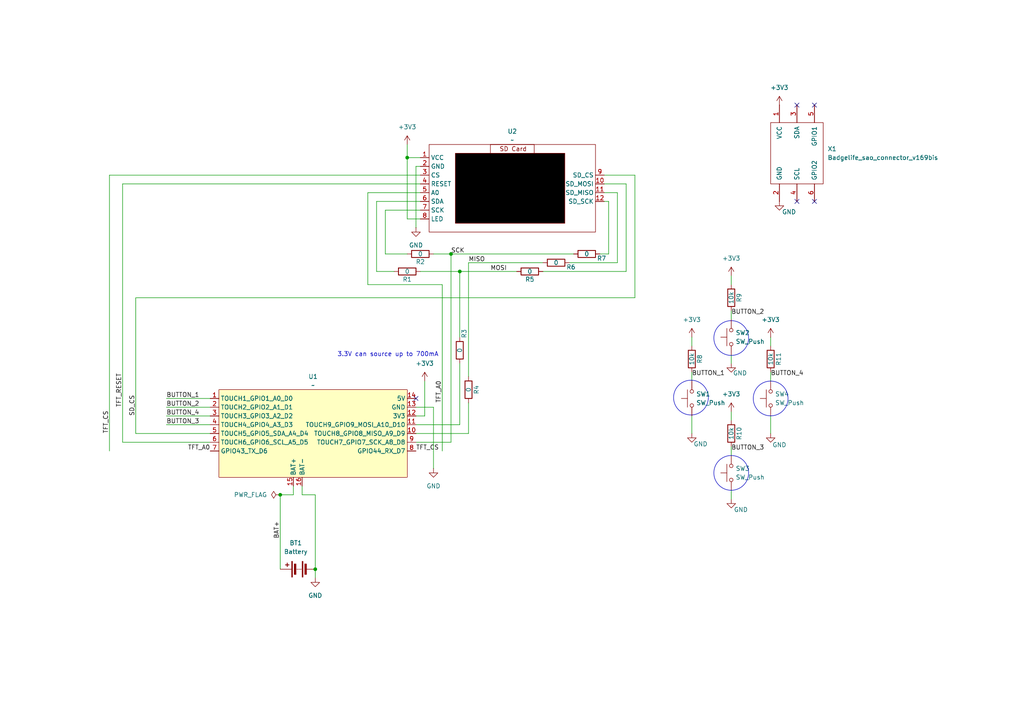
<source format=kicad_sch>
(kicad_sch (version 20231120) (generator "eeschema") (generator_version "8.0")
  (paper "A4")
  (lib_symbols
    (symbol "Badgelife:Badgelife_sao_connector_v169bis" (pin_names (offset 1.016))
      (property "Reference" "X" (at 0 0 0))
      (property "Value" "Badgelife_sao_connector_v169bis" (at 0 20.32 0))
      (symbol "Badgelife_sao_connector_v169bis_0_1"
        (rectangle (start -7.62 8.89) (end 7.62 -8.89))
      )
      (symbol "Badgelife_sao_connector_v169bis_1_1"
        (pin input line (at -5.08 13.97 270) (length 5.08) (name "VCC") (number "1"))
        (pin input line (at -5.08 -13.97 90) (length 5.08) (name "GND") (number "2"))
        (pin input line (at 0 13.97 270) (length 5.08) (name "SDA") (number "3"))
        (pin input line (at 0 -13.97 90) (length 5.08) (name "SCL") (number "4"))
        (pin input line (at 5.08 13.97 270) (length 5.08) (name "GPIO1") (number "5"))
        (pin input line (at 5.08 -13.97 90) (length 5.08) (name "GPIO2") (number "6"))
      )
    )
    (symbol "Device:Battery" (pin_numbers hide) (pin_names (offset 0) hide)
      (property "Reference" "BT" (at 2.54 2.54 0))
      (property "Value" "Battery" (at 2.54 0 0))
      (symbol "Battery_0_1"
        (rectangle (start -2.286 -1.27) (end 2.286 -1.524) (fill (type outline)))
        (rectangle (start -2.286 1.778) (end 2.286 1.524) (fill (type outline)))
        (rectangle (start -1.524 -2.032) (end 1.524 -2.54) (fill (type outline)))
        (rectangle (start -1.524 1.016) (end 1.524 0.508) (fill (type outline)))
        (polyline (pts (xy 0 -1.016) (xy 0 -0.762)))
        (polyline (pts (xy 0 -0.508) (xy 0 -0.254)))
        (polyline (pts (xy 0 0) (xy 0 0.254)))
        (polyline (pts (xy 0 1.778) (xy 0 2.54)))
        (polyline (pts (xy 0.762 3.048) (xy 1.778 3.048)) (stroke (width 0.254)))
        (polyline (pts (xy 1.27 3.556) (xy 1.27 2.54)) (stroke (width 0.254)))
      )
      (symbol "Battery_1_1"
        (pin passive line (at 0 5.08 270) (length 2.54) (name "+") (number "1"))
        (pin passive line (at 0 -5.08 90) (length 2.54) (name "-") (number "2"))
      )
    )
    (symbol "Device:R" (pin_numbers hide) (pin_names (offset 0))
      (property "Reference" "R" (at 2.032 0 90))
      (property "Value" "R" (at 0 0 90))
      (symbol "R_0_1"
        (rectangle (start -1.016 -2.54) (end 1.016 2.54) (stroke (width 0.254)))
      )
      (symbol "R_1_1"
        (pin passive line (at 0 3.81 270) (length 1.27) (name "~") (number "1"))
        (pin passive line (at 0 -3.81 90) (length 1.27) (name "~") (number "2"))
      )
    )
    (symbol "Seeed_Studio:ESP32S3"
      (property "Reference" "U" (at 24.384 -13.208 0))
      (symbol "ESP32S3_1_1"
        (rectangle (start -27.94 13.97) (end 26.67 -11.43) (fill (type background)))
        (pin bidirectional line (at -30.48 11.43 0) (length 2.54) (name "TOUCH1_GPIO1_A0_D0") (number "1"))
        (pin bidirectional line (at 29.21 1.27 180) (length 2.54) (name "TOUCH8_GPIO8_MISO_A9_D9") (number "10"))
        (pin bidirectional line (at 29.21 3.81 180) (length 2.54) (name "TOUCH9_GPIO9_MOSI_A10_D10") (number "11"))
        (pin power_out line (at 29.21 6.35 180) (length 2.54) (name "3V3") (number "12"))
        (pin power_out line (at 29.21 8.89 180) (length 2.54) (name "GND") (number "13"))
        (pin power_in line (at 29.21 11.43 180) (length 2.54) (name "5V") (number "14"))
        (pin power_in line (at -6.35 -13.97 90) (length 2.54) (name "BAT+") (number "15"))
        (pin power_out line (at -3.81 -13.97 90) (length 2.54) (name "BAT-") (number "16"))
        (pin bidirectional line (at -30.48 8.89 0) (length 2.54) (name "TOUCH2_GPIO2_A1_D1") (number "2"))
        (pin bidirectional line (at -30.48 6.35 0) (length 2.54) (name "TOUCH3_GPIO3_A2_D2") (number "3"))
        (pin bidirectional line (at -30.48 3.81 0) (length 2.54) (name "TOUCH4_GPIO4_A3_D3") (number "4"))
        (pin bidirectional line (at -30.48 1.27 0) (length 2.54) (name "TOUCH5_GPIO5_SDA_A4_D4") (number "5"))
        (pin bidirectional line (at -30.48 -1.27 0) (length 2.54) (name "TOUCH6_GPIO6_SCL_A5_D5") (number "6"))
        (pin bidirectional line (at -30.48 -3.81 0) (length 2.54) (name "GPIO43_TX_D6") (number "7"))
        (pin bidirectional line (at 29.21 -3.81 180) (length 2.54) (name "GPIO44_RX_D7") (number "8"))
        (pin bidirectional line (at 29.21 -1.27 180) (length 2.54) (name "TOUCH7_GPIO7_SCK_A8_D8") (number "9"))
      )
    )
    (symbol "Switch:SW_Push" (pin_numbers hide) (pin_names (offset 1.016) hide)
      (property "Reference" "SW" (at 1.27 2.54 0))
      (property "Value" "SW_Push" (at 0 -1.524 0))
      (symbol "SW_Push_0_1"
        (circle (center -2.032 0) (radius 0.508))
        (polyline (pts (xy 0 1.27) (xy 0 3.048)))
        (polyline (pts (xy 2.54 1.27) (xy -2.54 1.27)))
        (circle (center 2.032 0) (radius 0.508))
        (pin passive line (at -5.08 0 0) (length 2.54) (name "1") (number "1"))
        (pin passive line (at 5.08 0 180) (length 2.54) (name "2") (number "2"))
      )
    )
    (symbol "TFT:AliExpress_1.8_128x160_ST7735"
      (property "Reference" "U" (at 21.59 -14.478 0))
      (symbol "AliExpress_1.8_128x160_ST7735_1_1"
        (rectangle (start -24.13 12.7) (end 24.13 -12.7))
        (rectangle (start -16.51 10.16) (end 15.24 -10.16) (fill (type color) (color 0 0 0 1)))
        (rectangle (start -6.35 12.7) (end 6.35 10.16))
        (text "SD Card" (at 0.254 11.43 0) (effects (font (size 1.27 1.27))))
        (pin power_in line (at -26.67 8.89 0) (length 2.54) (name "VCC") (number "1"))
        (pin input line (at 26.67 1.27 180) (length 2.54) (name "SD_MOSI") (number "10"))
        (pin output line (at 26.67 -1.27 180) (length 2.54) (name "SD_MISO") (number "11"))
        (pin input line (at 26.67 -3.81 180) (length 2.54) (name "SD_SCK") (number "12"))
        (pin passive line (at -26.67 6.35 0) (length 2.54) (name "GND") (number "2"))
        (pin input line (at -26.67 3.81 0) (length 2.54) (name "CS") (number "3"))
        (pin input line (at -26.67 1.27 0) (length 2.54) (name "RESET") (number "4"))
        (pin input line (at -26.67 -1.27 0) (length 2.54) (name "A0") (number "5"))
        (pin input line (at -26.67 -3.81 0) (length 2.54) (name "SDA") (number "6"))
        (pin input line (at -26.67 -6.35 0) (length 2.54) (name "SCK") (number "7"))
        (pin power_in line (at -26.67 -8.89 0) (length 2.54) (name "LED") (number "8"))
        (pin input line (at 26.67 3.81 180) (length 2.54) (name "SD_CS") (number "9"))
      )
    )
    (symbol "power:+3V3" (power) (pin_numbers hide) (pin_names (offset 0) hide)
      (property "Value" "+3V3" (at 0 3.556 0))
      (symbol "+3V3_0_1"
        (polyline (pts (xy -0.762 1.27) (xy 0 2.54)))
        (polyline (pts (xy 0 0) (xy 0 2.54)))
        (polyline (pts (xy 0 2.54) (xy 0.762 1.27)))
      )
      (symbol "+3V3_1_1"
        (pin power_in line (at 0 0 90) (length 0) (name "~") (number "1"))
      )
    )
    (symbol "power:GND" (power) (pin_numbers hide) (pin_names (offset 0) hide)
      (property "Value" "GND" (at 0 -3.81 0))
      (symbol "GND_0_1"
        (polyline (pts (xy 0 0) (xy 0 -1.27) (xy 1.27 -1.27) (xy 0 -2.54) (xy -1.27 -1.27) (xy 0 -1.27)))
      )
      (symbol "GND_1_1"
        (pin power_in line (at 0 0 270) (length 0) (name "~") (number "1"))
      )
    )
    (symbol "power:PWR_FLAG" (power) (pin_numbers hide) (pin_names (offset 0) hide)
      (property "Value" "PWR_FLAG" (at 0 3.81 0))
      (symbol "PWR_FLAG_0_0"
        (pin power_out line (at 0 0 90) (length 0) (name "~") (number "1"))
      )
      (symbol "PWR_FLAG_0_1"
        (polyline (pts (xy 0 0) (xy 0 1.27) (xy -1.016 1.905) (xy 0 2.54) (xy 1.016 1.905) (xy 0 1.27)))
      )
    )
  )
  (junction (at 133.35 78.74))
  (junction (at 81.28 143.51))
  (junction (at 91.44 165.1))
  (junction (at 130.81 73.66))
  (junction (at 118.11 45.72))
  (no_connect (at 236.22 58.42))
  (no_connect (at 231.14 58.42))
  (no_connect (at 236.22 30.48))
  (no_connect (at 231.14 30.48))
  (no_connect (at 120.65 115.57))
  (wire (pts (xy 48.26 120.65) (xy 60.96 120.65)))
  (wire (pts (xy 184.15 86.36) (xy 39.37 86.36)))
  (wire (pts (xy 128.27 130.81) (xy 128.27 82.55)))
  (wire (pts (xy 212.09 102.87) (xy 212.09 105.41)))
  (wire (pts (xy 81.28 143.51) (xy 81.28 165.1)))
  (wire (pts (xy 175.26 55.88) (xy 179.07 55.88)))
  (wire (pts (xy 31.75 50.8) (xy 121.92 50.8)))
  (wire (pts (xy 91.44 143.51) (xy 91.44 165.1)))
  (wire (pts (xy 175.26 58.42) (xy 176.53 58.42)))
  (wire (pts (xy 135.89 125.73) (xy 120.65 125.73)))
  (wire (pts (xy 109.22 78.74) (xy 114.3 78.74)))
  (wire (pts (xy 48.26 115.57) (xy 60.96 115.57)))
  (wire (pts (xy 118.11 41.91) (xy 118.11 45.72)))
  (wire (pts (xy 133.35 105.41) (xy 133.35 123.19)))
  (wire (pts (xy 125.73 73.66) (xy 130.81 73.66)))
  (wire (pts (xy 179.07 55.88) (xy 179.07 76.2)))
  (wire (pts (xy 48.26 123.19) (xy 60.96 123.19)))
  (wire (pts (xy 120.65 66.04) (xy 120.65 48.26)))
  (wire (pts (xy 60.96 125.73) (xy 39.37 125.73)))
  (wire (pts (xy 118.11 63.5) (xy 121.92 63.5)))
  (wire (pts (xy 135.89 76.2) (xy 157.48 76.2)))
  (wire (pts (xy 48.26 118.11) (xy 60.96 118.11)))
  (wire (pts (xy 135.89 116.84) (xy 135.89 125.73)))
  (wire (pts (xy 223.52 120.65) (xy 223.52 125.73)))
  (wire (pts (xy 212.09 80.01) (xy 212.09 82.55)))
  (wire (pts (xy 120.65 118.11) (xy 125.73 118.11)))
  (wire (pts (xy 111.76 60.96) (xy 111.76 73.66)))
  (wire (pts (xy 118.11 45.72) (xy 118.11 63.5)))
  (wire (pts (xy 133.35 123.19) (xy 120.65 123.19)))
  (wire (pts (xy 85.09 140.97) (xy 85.09 143.51)))
  (wire (pts (xy 35.56 53.34) (xy 35.56 128.27)))
  (wire (pts (xy 135.89 76.2) (xy 135.89 109.22)))
  (wire (pts (xy 157.48 78.74) (xy 181.61 78.74)))
  (wire (pts (xy 109.22 58.42) (xy 109.22 78.74)))
  (wire (pts (xy 133.35 78.74) (xy 133.35 97.79)))
  (wire (pts (xy 35.56 53.34) (xy 121.92 53.34)))
  (wire (pts (xy 175.26 50.8) (xy 184.15 50.8)))
  (wire (pts (xy 87.63 140.97) (xy 87.63 143.51)))
  (wire (pts (xy 181.61 53.34) (xy 181.61 78.74)))
  (wire (pts (xy 125.73 118.11) (xy 125.73 135.89)))
  (wire (pts (xy 128.27 82.55) (xy 106.68 82.55)))
  (wire (pts (xy 212.09 119.38) (xy 212.09 121.92)))
  (wire (pts (xy 85.09 143.51) (xy 81.28 143.51)))
  (wire (pts (xy 91.44 165.1) (xy 91.44 167.64)))
  (wire (pts (xy 120.65 48.26) (xy 121.92 48.26)))
  (wire (pts (xy 223.52 97.79) (xy 223.52 100.33)))
  (wire (pts (xy 130.81 73.66) (xy 166.37 73.66)))
  (wire (pts (xy 175.26 53.34) (xy 181.61 53.34)))
  (wire (pts (xy 39.37 86.36) (xy 39.37 125.73)))
  (wire (pts (xy 200.66 97.79) (xy 200.66 100.33)))
  (wire (pts (xy 173.99 73.66) (xy 176.53 73.66)))
  (wire (pts (xy 121.92 60.96) (xy 111.76 60.96)))
  (wire (pts (xy 121.92 78.74) (xy 133.35 78.74)))
  (wire (pts (xy 130.81 73.66) (xy 130.81 128.27)))
  (wire (pts (xy 118.11 45.72) (xy 121.92 45.72)))
  (wire (pts (xy 165.1 76.2) (xy 179.07 76.2)))
  (wire (pts (xy 123.19 110.49) (xy 123.19 120.65)))
  (wire (pts (xy 212.09 142.24) (xy 212.09 144.78)))
  (wire (pts (xy 200.66 120.65) (xy 200.66 125.73)))
  (wire (pts (xy 106.68 82.55) (xy 106.68 55.88)))
  (wire (pts (xy 212.09 129.54) (xy 212.09 132.08)))
  (wire (pts (xy 106.68 55.88) (xy 121.92 55.88)))
  (wire (pts (xy 60.96 128.27) (xy 35.56 128.27)))
  (wire (pts (xy 121.92 58.42) (xy 109.22 58.42)))
  (wire (pts (xy 200.66 107.95) (xy 200.66 110.49)))
  (wire (pts (xy 130.81 128.27) (xy 120.65 128.27)))
  (wire (pts (xy 123.19 120.65) (xy 120.65 120.65)))
  (wire (pts (xy 87.63 143.51) (xy 91.44 143.51)))
  (wire (pts (xy 133.35 78.74) (xy 149.86 78.74)))
  (wire (pts (xy 212.09 90.17) (xy 212.09 92.71)))
  (wire (pts (xy 184.15 50.8) (xy 184.15 86.36)))
  (wire (pts (xy 223.52 107.95) (xy 223.52 110.49)))
  (wire (pts (xy 31.75 50.8) (xy 31.75 130.81)))
  (wire (pts (xy 111.76 73.66) (xy 118.11 73.66)))
  (wire (pts (xy 176.53 58.42) (xy 176.53 73.66)))
  (circle (center 223.52 115.57) (radius 5.0418))
  (circle (center 200.406 115.316) (radius 5.0418))
  (circle (center 212.09 98.044) (radius 5.0418))
  (circle (center 212.09 137.16) (radius 5.0418))
  (text "3.3V can source up to 700mA" (at 112.522 102.87 0) (effects (font (size 1.27 1.27))))
  (label "TFT_A0" (at 128.27 116.84 90))
  (label "BUTTON_1" (at 200.66 109.22 0))
  (label "BUTTON_1" (at 48.26 115.57 0))
  (label "TFT_CS" (at 120.65 130.81 0))
  (label "MOSI" (at 142.24 78.74 0))
  (label "BUTTON_4" (at 48.26 120.65 0))
  (label "BUTTON_2" (at 212.09 91.44 0))
  (label "BAT+" (at 81.28 156.21 90))
  (label "BUTTON_2" (at 48.26 118.11 0))
  (label "SD_CS" (at 39.37 120.65 90))
  (label "BUTTON_3" (at 212.09 130.81 0))
  (label "TFT_CS" (at 31.75 125.73 90))
  (label "TFT_A0" (at 60.96 130.81 180))
  (label "BUTTON_3" (at 48.26 123.19 0))
  (label "SCK" (at 130.81 73.66 0))
  (label "MISO" (at 135.89 76.2 0))
  (label "BUTTON_4" (at 223.52 109.22 0))
  (label "TFT_RESET" (at 35.56 118.11 90))
  (symbol (lib_id "power:PWR_FLAG") (at 81.28 143.51 90) (unit 1)
    (property "Reference" "#FLG01" (effects (hide yes)))
    (property "Value" "PWR_FLAG" (at 77.47 143.5099 90) (effects (justify left)))
    (property "Description" "Special symbol for telling ERC where power comes from" (effects (hide yes)))
  )
  (symbol (lib_id "Seeed_Studio:ESP32S3") (at 91.44 127 0) (unit 1)
    (property "Reference" "U1" (at 90.805 109.22 0))
    (property "Value" "~" (at 90.805 111.76 0))
    (property "Footprint" "Seeed_Studio:MOUDLE14P-SMD-2.54-21X17.8MM_BAT" (effects (hide yes)))
  )
  (symbol (lib_id "TFT:AliExpress_1.8_128x160_ST7735") (at 148.59 54.61 0) (unit 1)
    (property "Reference" "U2" (at 148.59 38.1 0))
    (property "Value" "~" (at 148.59 40.64 0))
    (property "Footprint" "TFT:AliExpress_1.8_128x160_ST7735" (effects (hide yes)))
  )
  (symbol (lib_id "Device:R") (at 200.66 104.14 180) (unit 1)
    (property "Reference" "R8" (at 202.946 104.14 90))
    (property "Value" "10k" (at 200.66 104.14 90))
    (property "Footprint" "Resistor_SMD:R_0805_2012Metric_Pad1.20x1.40mm_HandSolder" (effects (hide yes)))
    (property "Description" "Resistor" (effects (hide yes)))
  )
  (symbol (lib_id "power:+3V3") (at 123.19 110.49 0) (unit 1)
    (property "Reference" "#PWR03" (effects (hide yes)))
    (property "Value" "+3V3" (at 123.19 105.41 0))
    (property "Description" "Power symbol creates a global label with name \"+3V3\"" (effects (hide yes)))
  )
  (symbol (lib_id "Device:R") (at 153.67 78.74 90) (unit 1)
    (property "Reference" "R5" (at 153.67 81.026 90))
    (property "Value" "0" (at 153.67 78.74 90))
    (property "Footprint" "Resistor_SMD:R_0805_2012Metric_Pad1.20x1.40mm_HandSolder" (effects (hide yes)))
    (property "Description" "Resistor" (effects (hide yes)))
  )
  (symbol (lib_id "power:+3V3") (at 200.66 97.79 0) (unit 1)
    (property "Reference" "#PWR05" (effects (hide yes)))
    (property "Value" "+3V3" (at 200.66 92.71 0))
    (property "Description" "Power symbol creates a global label with name \"+3V3\"" (effects (hide yes)))
  )
  (symbol (lib_id "power:GND") (at 212.09 105.41 0) (unit 1)
    (property "Reference" "#PWR08" (effects (hide yes)))
    (property "Value" "GND" (at 214.63 108.204 0))
    (property "Description" "Power symbol creates a global label with name \"GND\" , ground" (effects (hide yes)))
  )
  (symbol (lib_id "Device:R") (at 121.92 73.66 90) (unit 1)
    (property "Reference" "R2" (at 121.92 75.946 90))
    (property "Value" "0" (at 121.92 73.66 90))
    (property "Footprint" "Resistor_SMD:R_0805_2012Metric_Pad1.20x1.40mm_HandSolder" (effects (hide yes)))
    (property "Description" "Resistor" (effects (hide yes)))
  )
  (symbol (lib_id "Device:R") (at 133.35 101.6 180) (unit 1)
    (property "Reference" "R3" (at 134.62 96.774 90))
    (property "Value" "0" (at 133.35 101.6 90))
    (property "Footprint" "Resistor_SMD:R_0805_2012Metric_Pad1.20x1.40mm_HandSolder" (effects (hide yes)))
    (property "Description" "Resistor" (effects (hide yes)))
  )
  (symbol (lib_id "Switch:SW_Push") (at 200.66 115.57 90) (unit 1)
    (property "Reference" "SW1" (at 201.93 114.2999 90) (effects (justify right)))
    (property "Value" "SW_Push" (at 201.93 116.8399 90) (effects (justify right)))
    (property "Footprint" "Button_Switch_THT:SW_PUSH_6mm_H4.3mm" (effects (hide yes)))
    (property "Description" "Push button switch, generic, two pins" (effects (hide yes)))
  )
  (symbol (lib_id "Badgelife:Badgelife_sao_connector_v169bis") (at 231.14 44.45 0) (unit 1)
    (property "Reference" "X1" (at 240.03 43.1799 0) (effects (justify left)))
    (property "Value" "Badgelife_sao_connector_v169bis" (at 240.03 45.7199 0) (effects (justify left)))
    (property "Footprint" "Badgelife:Badgelife-SAOv169-BADGE-2x3" (effects (hide yes)))
  )
  (symbol (lib_id "power:+3V3") (at 223.52 97.79 0) (unit 1)
    (property "Reference" "#PWR011" (effects (hide yes)))
    (property "Value" "+3V3" (at 223.52 92.71 0))
    (property "Description" "Power symbol creates a global label with name \"+3V3\"" (effects (hide yes)))
  )
  (symbol (lib_id "power:GND") (at 125.73 135.89 0) (unit 1)
    (property "Reference" "#PWR04" (effects (hide yes)))
    (property "Value" "GND" (at 125.73 140.97 0))
    (property "Description" "Power symbol creates a global label with name \"GND\" , ground" (effects (hide yes)))
  )
  (symbol (lib_id "power:GND") (at 91.44 167.64 0) (unit 1)
    (property "Reference" "#PWR015" (effects (hide yes)))
    (property "Value" "GND" (at 91.44 172.72 0))
    (property "Description" "Power symbol creates a global label with name \"GND\" , ground" (effects (hide yes)))
  )
  (symbol (lib_id "Device:R") (at 212.09 125.73 180) (unit 1)
    (property "Reference" "R10" (at 214.376 125.73 90))
    (property "Value" "10k" (at 212.09 125.73 90))
    (property "Footprint" "Resistor_SMD:R_0805_2012Metric_Pad1.20x1.40mm_HandSolder" (effects (hide yes)))
    (property "Description" "Resistor" (effects (hide yes)))
  )
  (symbol (lib_id "Device:R") (at 212.09 86.36 180) (unit 1)
    (property "Reference" "R9" (at 214.376 86.36 90))
    (property "Value" "10k" (at 212.09 86.36 90))
    (property "Footprint" "Resistor_SMD:R_0805_2012Metric_Pad1.20x1.40mm_HandSolder" (effects (hide yes)))
    (property "Description" "Resistor" (effects (hide yes)))
  )
  (symbol (lib_id "Device:R") (at 135.89 113.03 180) (unit 1)
    (property "Reference" "R4" (at 138.176 113.03 90))
    (property "Value" "0" (at 135.89 113.03 90))
    (property "Footprint" "Resistor_SMD:R_0805_2012Metric_Pad1.20x1.40mm_HandSolder" (effects (hide yes)))
    (property "Description" "Resistor" (effects (hide yes)))
  )
  (symbol (lib_id "Device:R") (at 170.18 73.66 90) (unit 1)
    (property "Reference" "R7" (at 174.498 74.93 90))
    (property "Value" "0" (at 170.18 73.66 90))
    (property "Footprint" "Resistor_SMD:R_0805_2012Metric_Pad1.20x1.40mm_HandSolder" (effects (hide yes)))
    (property "Description" "Resistor" (effects (hide yes)))
  )
  (symbol (lib_id "Switch:SW_Push") (at 212.09 137.16 90) (unit 1)
    (property "Reference" "SW3" (at 213.36 135.8899 90) (effects (justify right)))
    (property "Value" "SW_Push" (at 213.36 138.4299 90) (effects (justify right)))
    (property "Footprint" "Button_Switch_THT:SW_PUSH_6mm_H4.3mm" (effects (hide yes)))
    (property "Description" "Push button switch, generic, two pins" (effects (hide yes)))
  )
  (symbol (lib_id "power:GND") (at 223.52 125.73 0) (unit 1)
    (property "Reference" "#PWR012" (effects (hide yes)))
    (property "Value" "GND" (at 226.06 129.032 0))
    (property "Description" "Power symbol creates a global label with name \"GND\" , ground" (effects (hide yes)))
  )
  (symbol (lib_id "power:GND") (at 120.65 66.04 0) (unit 1)
    (property "Reference" "#PWR02" (effects (hide yes)))
    (property "Value" "GND" (at 120.65 71.12 0))
    (property "Description" "Power symbol creates a global label with name \"GND\" , ground" (effects (hide yes)))
  )
  (symbol (lib_id "power:GND") (at 226.06 58.42 0) (unit 1)
    (property "Reference" "#PWR014" (effects (hide yes)))
    (property "Value" "GND" (at 228.854 61.468 0))
    (property "Description" "Power symbol creates a global label with name \"GND\" , ground" (effects (hide yes)))
  )
  (symbol (lib_id "Device:R") (at 161.29 76.2 90) (unit 1)
    (property "Reference" "R6" (at 165.608 77.47 90))
    (property "Value" "0" (at 161.29 76.2 90))
    (property "Footprint" "Resistor_SMD:R_0805_2012Metric_Pad1.20x1.40mm_HandSolder" (effects (hide yes)))
    (property "Description" "Resistor" (effects (hide yes)))
  )
  (symbol (lib_id "power:+3V3") (at 118.11 41.91 0) (unit 1)
    (property "Reference" "#PWR01" (effects (hide yes)))
    (property "Value" "+3V3" (at 118.11 36.83 0))
    (property "Description" "Power symbol creates a global label with name \"+3V3\"" (effects (hide yes)))
  )
  (symbol (lib_id "Switch:SW_Push") (at 223.52 115.57 90) (unit 1)
    (property "Reference" "SW4" (at 224.79 114.2999 90) (effects (justify right)))
    (property "Value" "SW_Push" (at 224.79 116.8399 90) (effects (justify right)))
    (property "Footprint" "Button_Switch_THT:SW_PUSH_6mm_H4.3mm" (effects (hide yes)))
    (property "Description" "Push button switch, generic, two pins" (effects (hide yes)))
  )
  (symbol (lib_id "Device:R") (at 223.52 104.14 180) (unit 1)
    (property "Reference" "R11" (at 225.806 104.14 90))
    (property "Value" "10k" (at 223.52 104.14 90))
    (property "Footprint" "Resistor_SMD:R_0805_2012Metric_Pad1.20x1.40mm_HandSolder" (effects (hide yes)))
    (property "Description" "Resistor" (effects (hide yes)))
  )
  (symbol (lib_id "power:+3V3") (at 226.06 30.48 0) (unit 1)
    (property "Reference" "#PWR013" (effects (hide yes)))
    (property "Value" "+3V3" (at 226.06 25.4 0))
    (property "Description" "Power symbol creates a global label with name \"+3V3\"" (effects (hide yes)))
  )
  (symbol (lib_id "Switch:SW_Push") (at 212.09 97.79 90) (unit 1)
    (property "Reference" "SW2" (at 213.36 96.5199 90) (effects (justify right)))
    (property "Value" "SW_Push" (at 213.36 99.0599 90) (effects (justify right)))
    (property "Footprint" "Button_Switch_THT:SW_PUSH_6mm_H4.3mm" (effects (hide yes)))
    (property "Description" "Push button switch, generic, two pins" (effects (hide yes)))
  )
  (symbol (lib_id "power:+3V3") (at 212.09 80.01 0) (unit 1)
    (property "Reference" "#PWR07" (effects (hide yes)))
    (property "Value" "+3V3" (at 212.09 74.93 0))
    (property "Description" "Power symbol creates a global label with name \"+3V3\"" (effects (hide yes)))
  )
  (symbol (lib_id "power:+3V3") (at 212.09 119.38 0) (unit 1)
    (property "Reference" "#PWR09" (effects (hide yes)))
    (property "Value" "+3V3" (at 212.09 114.3 0))
    (property "Description" "Power symbol creates a global label with name \"+3V3\"" (effects (hide yes)))
  )
  (symbol (lib_id "Device:Battery") (at 86.36 165.1 90) (unit 1)
    (property "Reference" "BT1" (at 85.7885 157.48 90))
    (property "Value" "Battery" (at 85.7885 160.02 90))
    (property "Footprint" "Eagle_Plasic_Devices:12BHC186P1-GR" (effects (hide yes)))
    (property "Description" "Multiple-cell battery" (effects (hide yes)))
  )
  (symbol (lib_id "power:GND") (at 200.66 125.73 0) (unit 1)
    (property "Reference" "#PWR06" (effects (hide yes)))
    (property "Value" "GND" (at 203.2 128.778 0))
    (property "Description" "Power symbol creates a global label with name \"GND\" , ground" (effects (hide yes)))
  )
  (symbol (lib_id "power:GND") (at 212.09 144.78 0) (unit 1)
    (property "Reference" "#PWR010" (effects (hide yes)))
    (property "Value" "GND" (at 214.884 147.828 0))
    (property "Description" "Power symbol creates a global label with name \"GND\" , ground" (effects (hide yes)))
  )
  (symbol (lib_id "Device:R") (at 118.11 78.74 90) (unit 1)
    (property "Reference" "R1" (at 118.11 81.026 90))
    (property "Value" "0" (at 118.11 78.74 90))
    (property "Footprint" "Resistor_SMD:R_0805_2012Metric_Pad1.20x1.40mm_HandSolder" (effects (hide yes)))
    (property "Description" "Resistor" (effects (hide yes)))
  )
)
</source>
